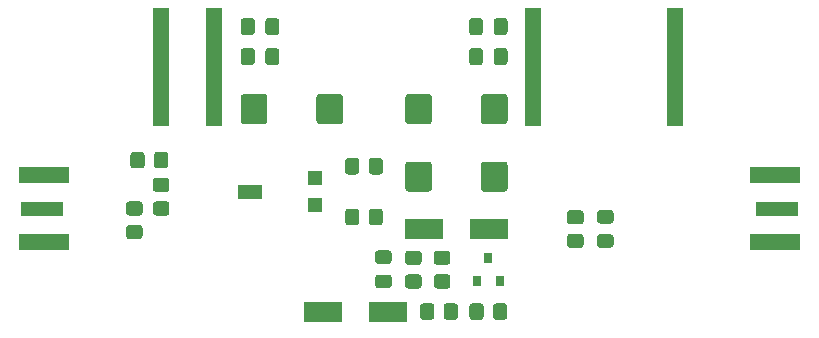
<source format=gtp>
G04 #@! TF.GenerationSoftware,KiCad,Pcbnew,5.1.10-88a1d61d58~90~ubuntu21.04.1*
G04 #@! TF.CreationDate,2021-09-19T17:29:36+02:00*
G04 #@! TF.ProjectId,23cm_PA,3233636d-5f50-4412-9e6b-696361645f70,rev?*
G04 #@! TF.SameCoordinates,Original*
G04 #@! TF.FileFunction,Paste,Top*
G04 #@! TF.FilePolarity,Positive*
%FSLAX46Y46*%
G04 Gerber Fmt 4.6, Leading zero omitted, Abs format (unit mm)*
G04 Created by KiCad (PCBNEW 5.1.10-88a1d61d58~90~ubuntu21.04.1) date 2021-09-19 17:29:36*
%MOMM*%
%LPD*%
G01*
G04 APERTURE LIST*
%ADD10R,1.300000X1.300000*%
%ADD11R,2.000000X1.300000*%
%ADD12R,1.460000X10.000000*%
%ADD13R,3.300000X1.700000*%
%ADD14R,0.800000X0.900000*%
%ADD15R,3.600000X1.270000*%
%ADD16R,4.200000X1.350000*%
G04 APERTURE END LIST*
D10*
X125051000Y-116720000D03*
D11*
X119551000Y-115570000D03*
D10*
X125051000Y-114420000D03*
D12*
X155500000Y-105000000D03*
X143500000Y-105000000D03*
X116500000Y-105000000D03*
X112000000Y-105000000D03*
D13*
X139730000Y-118745000D03*
X134230000Y-118745000D03*
G36*
G01*
X110600000Y-112452999D02*
X110600000Y-113353001D01*
G75*
G02*
X110350001Y-113603000I-249999J0D01*
G01*
X109649999Y-113603000D01*
G75*
G02*
X109400000Y-113353001I0J249999D01*
G01*
X109400000Y-112452999D01*
G75*
G02*
X109649999Y-112203000I249999J0D01*
G01*
X110350001Y-112203000D01*
G75*
G02*
X110600000Y-112452999I0J-249999D01*
G01*
G37*
G36*
G01*
X112600000Y-112452999D02*
X112600000Y-113353001D01*
G75*
G02*
X112350001Y-113603000I-249999J0D01*
G01*
X111649999Y-113603000D01*
G75*
G02*
X111400000Y-113353001I0J249999D01*
G01*
X111400000Y-112452999D01*
G75*
G02*
X111649999Y-112203000I249999J0D01*
G01*
X112350001Y-112203000D01*
G75*
G02*
X112600000Y-112452999I0J-249999D01*
G01*
G37*
G36*
G01*
X109277999Y-118400000D02*
X110178001Y-118400000D01*
G75*
G02*
X110428000Y-118649999I0J-249999D01*
G01*
X110428000Y-119350001D01*
G75*
G02*
X110178001Y-119600000I-249999J0D01*
G01*
X109277999Y-119600000D01*
G75*
G02*
X109028000Y-119350001I0J249999D01*
G01*
X109028000Y-118649999D01*
G75*
G02*
X109277999Y-118400000I249999J0D01*
G01*
G37*
G36*
G01*
X109277999Y-116400000D02*
X110178001Y-116400000D01*
G75*
G02*
X110428000Y-116649999I0J-249999D01*
G01*
X110428000Y-117350001D01*
G75*
G02*
X110178001Y-117600000I-249999J0D01*
G01*
X109277999Y-117600000D01*
G75*
G02*
X109028000Y-117350001I0J249999D01*
G01*
X109028000Y-116649999D01*
G75*
G02*
X109277999Y-116400000I249999J0D01*
G01*
G37*
G36*
G01*
X111549999Y-116400000D02*
X112450001Y-116400000D01*
G75*
G02*
X112700000Y-116649999I0J-249999D01*
G01*
X112700000Y-117350001D01*
G75*
G02*
X112450001Y-117600000I-249999J0D01*
G01*
X111549999Y-117600000D01*
G75*
G02*
X111300000Y-117350001I0J249999D01*
G01*
X111300000Y-116649999D01*
G75*
G02*
X111549999Y-116400000I249999J0D01*
G01*
G37*
G36*
G01*
X111549999Y-114400000D02*
X112450001Y-114400000D01*
G75*
G02*
X112700000Y-114649999I0J-249999D01*
G01*
X112700000Y-115350001D01*
G75*
G02*
X112450001Y-115600000I-249999J0D01*
G01*
X111549999Y-115600000D01*
G75*
G02*
X111300000Y-115350001I0J249999D01*
G01*
X111300000Y-114649999D01*
G75*
G02*
X111549999Y-114400000I249999J0D01*
G01*
G37*
G36*
G01*
X129575000Y-113870001D02*
X129575000Y-112969999D01*
G75*
G02*
X129824999Y-112720000I249999J0D01*
G01*
X130525001Y-112720000D01*
G75*
G02*
X130775000Y-112969999I0J-249999D01*
G01*
X130775000Y-113870001D01*
G75*
G02*
X130525001Y-114120000I-249999J0D01*
G01*
X129824999Y-114120000D01*
G75*
G02*
X129575000Y-113870001I0J249999D01*
G01*
G37*
G36*
G01*
X127575000Y-113870001D02*
X127575000Y-112969999D01*
G75*
G02*
X127824999Y-112720000I249999J0D01*
G01*
X128525001Y-112720000D01*
G75*
G02*
X128775000Y-112969999I0J-249999D01*
G01*
X128775000Y-113870001D01*
G75*
G02*
X128525001Y-114120000I-249999J0D01*
G01*
X127824999Y-114120000D01*
G75*
G02*
X127575000Y-113870001I0J249999D01*
G01*
G37*
G36*
G01*
X132899999Y-122574000D02*
X133800001Y-122574000D01*
G75*
G02*
X134050000Y-122823999I0J-249999D01*
G01*
X134050000Y-123524001D01*
G75*
G02*
X133800001Y-123774000I-249999J0D01*
G01*
X132899999Y-123774000D01*
G75*
G02*
X132650000Y-123524001I0J249999D01*
G01*
X132650000Y-122823999D01*
G75*
G02*
X132899999Y-122574000I249999J0D01*
G01*
G37*
G36*
G01*
X132899999Y-120574000D02*
X133800001Y-120574000D01*
G75*
G02*
X134050000Y-120823999I0J-249999D01*
G01*
X134050000Y-121524001D01*
G75*
G02*
X133800001Y-121774000I-249999J0D01*
G01*
X132899999Y-121774000D01*
G75*
G02*
X132650000Y-121524001I0J249999D01*
G01*
X132650000Y-120823999D01*
G75*
G02*
X132899999Y-120574000I249999J0D01*
G01*
G37*
G36*
G01*
X128775000Y-117269999D02*
X128775000Y-118170001D01*
G75*
G02*
X128525001Y-118420000I-249999J0D01*
G01*
X127824999Y-118420000D01*
G75*
G02*
X127575000Y-118170001I0J249999D01*
G01*
X127575000Y-117269999D01*
G75*
G02*
X127824999Y-117020000I249999J0D01*
G01*
X128525001Y-117020000D01*
G75*
G02*
X128775000Y-117269999I0J-249999D01*
G01*
G37*
G36*
G01*
X130775000Y-117269999D02*
X130775000Y-118170001D01*
G75*
G02*
X130525001Y-118420000I-249999J0D01*
G01*
X129824999Y-118420000D01*
G75*
G02*
X129575000Y-118170001I0J249999D01*
G01*
X129575000Y-117269999D01*
G75*
G02*
X129824999Y-117020000I249999J0D01*
G01*
X130525001Y-117020000D01*
G75*
G02*
X130775000Y-117269999I0J-249999D01*
G01*
G37*
G36*
G01*
X135339999Y-122574000D02*
X136240001Y-122574000D01*
G75*
G02*
X136490000Y-122823999I0J-249999D01*
G01*
X136490000Y-123524001D01*
G75*
G02*
X136240001Y-123774000I-249999J0D01*
G01*
X135339999Y-123774000D01*
G75*
G02*
X135090000Y-123524001I0J249999D01*
G01*
X135090000Y-122823999D01*
G75*
G02*
X135339999Y-122574000I249999J0D01*
G01*
G37*
G36*
G01*
X135339999Y-120574000D02*
X136240001Y-120574000D01*
G75*
G02*
X136490000Y-120823999I0J-249999D01*
G01*
X136490000Y-121524001D01*
G75*
G02*
X136240001Y-121774000I-249999J0D01*
G01*
X135339999Y-121774000D01*
G75*
G02*
X135090000Y-121524001I0J249999D01*
G01*
X135090000Y-120823999D01*
G75*
G02*
X135339999Y-120574000I249999J0D01*
G01*
G37*
G36*
G01*
X135125000Y-125279999D02*
X135125000Y-126180001D01*
G75*
G02*
X134875001Y-126430000I-249999J0D01*
G01*
X134174999Y-126430000D01*
G75*
G02*
X133925000Y-126180001I0J249999D01*
G01*
X133925000Y-125279999D01*
G75*
G02*
X134174999Y-125030000I249999J0D01*
G01*
X134875001Y-125030000D01*
G75*
G02*
X135125000Y-125279999I0J-249999D01*
G01*
G37*
G36*
G01*
X137125000Y-125279999D02*
X137125000Y-126180001D01*
G75*
G02*
X136875001Y-126430000I-249999J0D01*
G01*
X136174999Y-126430000D01*
G75*
G02*
X135925000Y-126180001I0J249999D01*
G01*
X135925000Y-125279999D01*
G75*
G02*
X136174999Y-125030000I249999J0D01*
G01*
X136875001Y-125030000D01*
G75*
G02*
X137125000Y-125279999I0J-249999D01*
G01*
G37*
G36*
G01*
X147516001Y-118345000D02*
X146615999Y-118345000D01*
G75*
G02*
X146366000Y-118095001I0J249999D01*
G01*
X146366000Y-117394999D01*
G75*
G02*
X146615999Y-117145000I249999J0D01*
G01*
X147516001Y-117145000D01*
G75*
G02*
X147766000Y-117394999I0J-249999D01*
G01*
X147766000Y-118095001D01*
G75*
G02*
X147516001Y-118345000I-249999J0D01*
G01*
G37*
G36*
G01*
X147516001Y-120345000D02*
X146615999Y-120345000D01*
G75*
G02*
X146366000Y-120095001I0J249999D01*
G01*
X146366000Y-119394999D01*
G75*
G02*
X146615999Y-119145000I249999J0D01*
G01*
X147516001Y-119145000D01*
G75*
G02*
X147766000Y-119394999I0J-249999D01*
G01*
X147766000Y-120095001D01*
G75*
G02*
X147516001Y-120345000I-249999J0D01*
G01*
G37*
G36*
G01*
X139300000Y-125279999D02*
X139300000Y-126180001D01*
G75*
G02*
X139050001Y-126430000I-249999J0D01*
G01*
X138349999Y-126430000D01*
G75*
G02*
X138100000Y-126180001I0J249999D01*
G01*
X138100000Y-125279999D01*
G75*
G02*
X138349999Y-125030000I249999J0D01*
G01*
X139050001Y-125030000D01*
G75*
G02*
X139300000Y-125279999I0J-249999D01*
G01*
G37*
G36*
G01*
X141300000Y-125279999D02*
X141300000Y-126180001D01*
G75*
G02*
X141050001Y-126430000I-249999J0D01*
G01*
X140349999Y-126430000D01*
G75*
G02*
X140100000Y-126180001I0J249999D01*
G01*
X140100000Y-125279999D01*
G75*
G02*
X140349999Y-125030000I249999J0D01*
G01*
X141050001Y-125030000D01*
G75*
G02*
X141300000Y-125279999I0J-249999D01*
G01*
G37*
D14*
X139700000Y-121174000D03*
X140650000Y-123174000D03*
X138750000Y-123174000D03*
D15*
X101908000Y-117000000D03*
D16*
X102108000Y-119825000D03*
X102108000Y-114175000D03*
D15*
X164157000Y-117000000D03*
D16*
X163957000Y-114175000D03*
X163957000Y-119825000D03*
G36*
G01*
X131260001Y-121701500D02*
X130359999Y-121701500D01*
G75*
G02*
X130110000Y-121451501I0J249999D01*
G01*
X130110000Y-120801499D01*
G75*
G02*
X130359999Y-120551500I249999J0D01*
G01*
X131260001Y-120551500D01*
G75*
G02*
X131510000Y-120801499I0J-249999D01*
G01*
X131510000Y-121451501D01*
G75*
G02*
X131260001Y-121701500I-249999J0D01*
G01*
G37*
G36*
G01*
X131260001Y-123751500D02*
X130359999Y-123751500D01*
G75*
G02*
X130110000Y-123501501I0J249999D01*
G01*
X130110000Y-122851499D01*
G75*
G02*
X130359999Y-122601500I249999J0D01*
G01*
X131260001Y-122601500D01*
G75*
G02*
X131510000Y-122851499I0J-249999D01*
G01*
X131510000Y-123501501D01*
G75*
G02*
X131260001Y-123751500I-249999J0D01*
G01*
G37*
D13*
X131230000Y-125730000D03*
X125730000Y-125730000D03*
G36*
G01*
X150056001Y-118272500D02*
X149155999Y-118272500D01*
G75*
G02*
X148906000Y-118022501I0J249999D01*
G01*
X148906000Y-117372499D01*
G75*
G02*
X149155999Y-117122500I249999J0D01*
G01*
X150056001Y-117122500D01*
G75*
G02*
X150306000Y-117372499I0J-249999D01*
G01*
X150306000Y-118022501D01*
G75*
G02*
X150056001Y-118272500I-249999J0D01*
G01*
G37*
G36*
G01*
X150056001Y-120322500D02*
X149155999Y-120322500D01*
G75*
G02*
X148906000Y-120072501I0J249999D01*
G01*
X148906000Y-119422499D01*
G75*
G02*
X149155999Y-119172500I249999J0D01*
G01*
X150056001Y-119172500D01*
G75*
G02*
X150306000Y-119422499I0J-249999D01*
G01*
X150306000Y-120072501D01*
G75*
G02*
X150056001Y-120322500I-249999J0D01*
G01*
G37*
G36*
G01*
X140150000Y-102075000D02*
X140150000Y-101125000D01*
G75*
G02*
X140400000Y-100875000I250000J0D01*
G01*
X141075000Y-100875000D01*
G75*
G02*
X141325000Y-101125000I0J-250000D01*
G01*
X141325000Y-102075000D01*
G75*
G02*
X141075000Y-102325000I-250000J0D01*
G01*
X140400000Y-102325000D01*
G75*
G02*
X140150000Y-102075000I0J250000D01*
G01*
G37*
G36*
G01*
X138075000Y-102075000D02*
X138075000Y-101125000D01*
G75*
G02*
X138325000Y-100875000I250000J0D01*
G01*
X139000000Y-100875000D01*
G75*
G02*
X139250000Y-101125000I0J-250000D01*
G01*
X139250000Y-102075000D01*
G75*
G02*
X139000000Y-102325000I-250000J0D01*
G01*
X138325000Y-102325000D01*
G75*
G02*
X138075000Y-102075000I0J250000D01*
G01*
G37*
G36*
G01*
X120824500Y-102075000D02*
X120824500Y-101125000D01*
G75*
G02*
X121074500Y-100875000I250000J0D01*
G01*
X121749500Y-100875000D01*
G75*
G02*
X121999500Y-101125000I0J-250000D01*
G01*
X121999500Y-102075000D01*
G75*
G02*
X121749500Y-102325000I-250000J0D01*
G01*
X121074500Y-102325000D01*
G75*
G02*
X120824500Y-102075000I0J250000D01*
G01*
G37*
G36*
G01*
X118749500Y-102075000D02*
X118749500Y-101125000D01*
G75*
G02*
X118999500Y-100875000I250000J0D01*
G01*
X119674500Y-100875000D01*
G75*
G02*
X119924500Y-101125000I0J-250000D01*
G01*
X119924500Y-102075000D01*
G75*
G02*
X119674500Y-102325000I-250000J0D01*
G01*
X118999500Y-102325000D01*
G75*
G02*
X118749500Y-102075000I0J250000D01*
G01*
G37*
G36*
G01*
X140150000Y-104615000D02*
X140150000Y-103665000D01*
G75*
G02*
X140400000Y-103415000I250000J0D01*
G01*
X141075000Y-103415000D01*
G75*
G02*
X141325000Y-103665000I0J-250000D01*
G01*
X141325000Y-104615000D01*
G75*
G02*
X141075000Y-104865000I-250000J0D01*
G01*
X140400000Y-104865000D01*
G75*
G02*
X140150000Y-104615000I0J250000D01*
G01*
G37*
G36*
G01*
X138075000Y-104615000D02*
X138075000Y-103665000D01*
G75*
G02*
X138325000Y-103415000I250000J0D01*
G01*
X139000000Y-103415000D01*
G75*
G02*
X139250000Y-103665000I0J-250000D01*
G01*
X139250000Y-104615000D01*
G75*
G02*
X139000000Y-104865000I-250000J0D01*
G01*
X138325000Y-104865000D01*
G75*
G02*
X138075000Y-104615000I0J250000D01*
G01*
G37*
G36*
G01*
X120824500Y-104615000D02*
X120824500Y-103665000D01*
G75*
G02*
X121074500Y-103415000I250000J0D01*
G01*
X121749500Y-103415000D01*
G75*
G02*
X121999500Y-103665000I0J-250000D01*
G01*
X121999500Y-104615000D01*
G75*
G02*
X121749500Y-104865000I-250000J0D01*
G01*
X121074500Y-104865000D01*
G75*
G02*
X120824500Y-104615000I0J250000D01*
G01*
G37*
G36*
G01*
X118749500Y-104615000D02*
X118749500Y-103665000D01*
G75*
G02*
X118999500Y-103415000I250000J0D01*
G01*
X119674500Y-103415000D01*
G75*
G02*
X119924500Y-103665000I0J-250000D01*
G01*
X119924500Y-104615000D01*
G75*
G02*
X119674500Y-104865000I-250000J0D01*
G01*
X118999500Y-104865000D01*
G75*
G02*
X118749500Y-104615000I0J250000D01*
G01*
G37*
G36*
G01*
X139075000Y-115325001D02*
X139075000Y-113274999D01*
G75*
G02*
X139324999Y-113025000I249999J0D01*
G01*
X141075001Y-113025000D01*
G75*
G02*
X141325000Y-113274999I0J-249999D01*
G01*
X141325000Y-115325001D01*
G75*
G02*
X141075001Y-115575000I-249999J0D01*
G01*
X139324999Y-115575000D01*
G75*
G02*
X139075000Y-115325001I0J249999D01*
G01*
G37*
G36*
G01*
X132675000Y-115325001D02*
X132675000Y-113274999D01*
G75*
G02*
X132924999Y-113025000I249999J0D01*
G01*
X134675001Y-113025000D01*
G75*
G02*
X134925000Y-113274999I0J-249999D01*
G01*
X134925000Y-115325001D01*
G75*
G02*
X134675001Y-115575000I-249999J0D01*
G01*
X132924999Y-115575000D01*
G75*
G02*
X132675000Y-115325001I0J249999D01*
G01*
G37*
G36*
G01*
X120999500Y-107559999D02*
X120999500Y-109610001D01*
G75*
G02*
X120749501Y-109860000I-249999J0D01*
G01*
X118999499Y-109860000D01*
G75*
G02*
X118749500Y-109610001I0J249999D01*
G01*
X118749500Y-107559999D01*
G75*
G02*
X118999499Y-107310000I249999J0D01*
G01*
X120749501Y-107310000D01*
G75*
G02*
X120999500Y-107559999I0J-249999D01*
G01*
G37*
G36*
G01*
X127399500Y-107559999D02*
X127399500Y-109610001D01*
G75*
G02*
X127149501Y-109860000I-249999J0D01*
G01*
X125399499Y-109860000D01*
G75*
G02*
X125149500Y-109610001I0J249999D01*
G01*
X125149500Y-107559999D01*
G75*
G02*
X125399499Y-107310000I249999J0D01*
G01*
X127149501Y-107310000D01*
G75*
G02*
X127399500Y-107559999I0J-249999D01*
G01*
G37*
G36*
G01*
X139075000Y-109610001D02*
X139075000Y-107559999D01*
G75*
G02*
X139324999Y-107310000I249999J0D01*
G01*
X141075001Y-107310000D01*
G75*
G02*
X141325000Y-107559999I0J-249999D01*
G01*
X141325000Y-109610001D01*
G75*
G02*
X141075001Y-109860000I-249999J0D01*
G01*
X139324999Y-109860000D01*
G75*
G02*
X139075000Y-109610001I0J249999D01*
G01*
G37*
G36*
G01*
X132675000Y-109610001D02*
X132675000Y-107559999D01*
G75*
G02*
X132924999Y-107310000I249999J0D01*
G01*
X134675001Y-107310000D01*
G75*
G02*
X134925000Y-107559999I0J-249999D01*
G01*
X134925000Y-109610001D01*
G75*
G02*
X134675001Y-109860000I-249999J0D01*
G01*
X132924999Y-109860000D01*
G75*
G02*
X132675000Y-109610001I0J249999D01*
G01*
G37*
M02*

</source>
